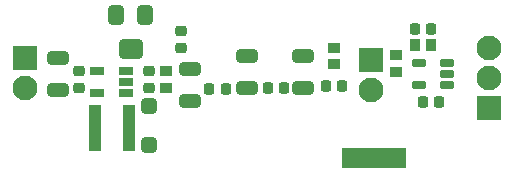
<source format=gts>
G04 Layer_Color=8388736*
%FSLAX25Y25*%
%MOIN*%
G70*
G01*
G75*
%ADD30R,0.21457X0.07087*%
G04:AMPARAMS|DCode=31|XSize=66.93mil|YSize=55.12mil|CornerRadius=14.76mil|HoleSize=0mil|Usage=FLASHONLY|Rotation=270.000|XOffset=0mil|YOffset=0mil|HoleType=Round|Shape=RoundedRectangle|*
%AMROUNDEDRECTD31*
21,1,0.06693,0.02559,0,0,270.0*
21,1,0.03740,0.05512,0,0,270.0*
1,1,0.02953,-0.01280,-0.01870*
1,1,0.02953,-0.01280,0.01870*
1,1,0.02953,0.01280,0.01870*
1,1,0.02953,0.01280,-0.01870*
%
%ADD31ROUNDEDRECTD31*%
G04:AMPARAMS|DCode=32|XSize=82.68mil|YSize=66.93mil|CornerRadius=17.72mil|HoleSize=0mil|Usage=FLASHONLY|Rotation=180.000|XOffset=0mil|YOffset=0mil|HoleType=Round|Shape=RoundedRectangle|*
%AMROUNDEDRECTD32*
21,1,0.08268,0.03150,0,0,180.0*
21,1,0.04724,0.06693,0,0,180.0*
1,1,0.03543,-0.02362,0.01575*
1,1,0.03543,0.02362,0.01575*
1,1,0.03543,0.02362,-0.01575*
1,1,0.03543,-0.02362,-0.01575*
%
%ADD32ROUNDEDRECTD32*%
%ADD33R,0.03937X0.03543*%
G04:AMPARAMS|DCode=34|XSize=27.56mil|YSize=47.24mil|CornerRadius=7.87mil|HoleSize=0mil|Usage=FLASHONLY|Rotation=270.000|XOffset=0mil|YOffset=0mil|HoleType=Round|Shape=RoundedRectangle|*
%AMROUNDEDRECTD34*
21,1,0.02756,0.03150,0,0,270.0*
21,1,0.01181,0.04724,0,0,270.0*
1,1,0.01575,-0.01575,-0.00591*
1,1,0.01575,-0.01575,0.00591*
1,1,0.01575,0.01575,0.00591*
1,1,0.01575,0.01575,-0.00591*
%
%ADD34ROUNDEDRECTD34*%
G04:AMPARAMS|DCode=35|XSize=39.37mil|YSize=35.43mil|CornerRadius=9.84mil|HoleSize=0mil|Usage=FLASHONLY|Rotation=90.000|XOffset=0mil|YOffset=0mil|HoleType=Round|Shape=RoundedRectangle|*
%AMROUNDEDRECTD35*
21,1,0.03937,0.01575,0,0,90.0*
21,1,0.01969,0.03543,0,0,90.0*
1,1,0.01969,0.00787,0.00984*
1,1,0.01969,0.00787,-0.00984*
1,1,0.01969,-0.00787,-0.00984*
1,1,0.01969,-0.00787,0.00984*
%
%ADD35ROUNDEDRECTD35*%
G04:AMPARAMS|DCode=36|XSize=70.87mil|YSize=47.24mil|CornerRadius=12.8mil|HoleSize=0mil|Usage=FLASHONLY|Rotation=180.000|XOffset=0mil|YOffset=0mil|HoleType=Round|Shape=RoundedRectangle|*
%AMROUNDEDRECTD36*
21,1,0.07087,0.02165,0,0,180.0*
21,1,0.04528,0.04724,0,0,180.0*
1,1,0.02559,-0.02264,0.01083*
1,1,0.02559,0.02264,0.01083*
1,1,0.02559,0.02264,-0.01083*
1,1,0.02559,-0.02264,-0.01083*
%
%ADD36ROUNDEDRECTD36*%
%ADD37R,0.04724X0.02953*%
G04:AMPARAMS|DCode=38|XSize=39.37mil|YSize=35.43mil|CornerRadius=9.84mil|HoleSize=0mil|Usage=FLASHONLY|Rotation=180.000|XOffset=0mil|YOffset=0mil|HoleType=Round|Shape=RoundedRectangle|*
%AMROUNDEDRECTD38*
21,1,0.03937,0.01575,0,0,180.0*
21,1,0.01969,0.03543,0,0,180.0*
1,1,0.01969,-0.00984,0.00787*
1,1,0.01969,0.00984,0.00787*
1,1,0.01969,0.00984,-0.00787*
1,1,0.01969,-0.00984,-0.00787*
%
%ADD38ROUNDEDRECTD38*%
%ADD39R,0.03543X0.03937*%
G04:AMPARAMS|DCode=40|XSize=53.94mil|YSize=53.94mil|CornerRadius=14.47mil|HoleSize=0mil|Usage=FLASHONLY|Rotation=90.000|XOffset=0mil|YOffset=0mil|HoleType=Round|Shape=RoundedRectangle|*
%AMROUNDEDRECTD40*
21,1,0.05394,0.02500,0,0,90.0*
21,1,0.02500,0.05394,0,0,90.0*
1,1,0.02894,0.01250,0.01250*
1,1,0.02894,0.01250,-0.01250*
1,1,0.02894,-0.01250,-0.01250*
1,1,0.02894,-0.01250,0.01250*
%
%ADD40ROUNDEDRECTD40*%
%ADD41R,0.04331X0.15354*%
%ADD42C,0.08268*%
%ADD43R,0.08268X0.08268*%
D30*
X125295Y4429D02*
D03*
D31*
X39370Y52165D02*
D03*
X49213Y52165D02*
D03*
D32*
X44291Y40748D02*
D03*
D33*
X112008Y35728D02*
D03*
Y41240D02*
D03*
X56004Y33366D02*
D03*
Y27854D02*
D03*
X132776Y38780D02*
D03*
Y33268D02*
D03*
D34*
X149705Y28740D02*
D03*
Y32480D02*
D03*
Y36220D02*
D03*
X140256D02*
D03*
Y28740D02*
D03*
D35*
X144488Y47539D02*
D03*
X138976D02*
D03*
X89961Y27854D02*
D03*
X95472D02*
D03*
X147154Y23256D02*
D03*
X141642D02*
D03*
X114764Y28346D02*
D03*
X109252D02*
D03*
X76083Y27657D02*
D03*
X70571D02*
D03*
D36*
X82972Y38386D02*
D03*
Y27756D02*
D03*
X63976Y34252D02*
D03*
Y23622D02*
D03*
X19980Y37697D02*
D03*
Y27067D02*
D03*
X101870Y38386D02*
D03*
Y27756D02*
D03*
D37*
X33169Y26181D02*
D03*
Y33661D02*
D03*
X42618D02*
D03*
Y29921D02*
D03*
Y26181D02*
D03*
D38*
X50295Y33366D02*
D03*
Y27854D02*
D03*
X27067Y27854D02*
D03*
Y33366D02*
D03*
X60925Y46752D02*
D03*
Y41240D02*
D03*
D39*
X144488Y42028D02*
D03*
X138976D02*
D03*
D40*
X50295Y8854D02*
D03*
Y21854D02*
D03*
D41*
X43602Y14469D02*
D03*
X32579D02*
D03*
D42*
X8957Y27756D02*
D03*
X124311Y27264D02*
D03*
X163583Y41201D02*
D03*
Y31201D02*
D03*
D43*
X8957Y37756D02*
D03*
X124311Y37264D02*
D03*
X163583Y21201D02*
D03*
M02*

</source>
